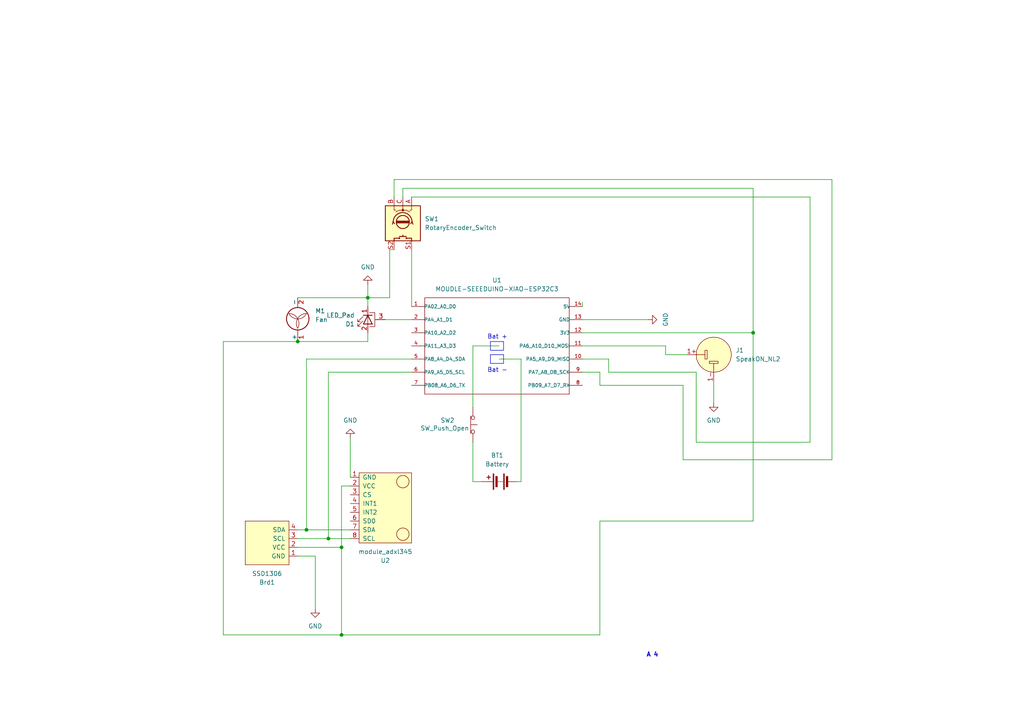
<source format=kicad_sch>
(kicad_sch
	(version 20250114)
	(generator "eeschema")
	(generator_version "9.0")
	(uuid "0c52bbb1-7482-4761-b5db-e971b23cd928")
	(paper "A4")
	(lib_symbols
		(symbol "Connector_Audio:SpeakON_NL2"
			(pin_names
				(hide yes)
			)
			(exclude_from_sim no)
			(in_bom yes)
			(on_board yes)
			(property "Reference" "J"
				(at 2.54 8.89 0)
				(effects
					(font
						(size 1.27 1.27)
					)
				)
			)
			(property "Value" "SpeakON_NL2"
				(at 7.62 6.35 0)
				(effects
					(font
						(size 1.27 1.27)
					)
				)
			)
			(property "Footprint" ""
				(at 0 0 0)
				(effects
					(font
						(size 1.27 1.27)
					)
					(hide yes)
				)
			)
			(property "Datasheet" "http://www.neutrik.com/en/speakon/"
				(at 0 0 0)
				(effects
					(font
						(size 1.27 1.27)
					)
					(hide yes)
				)
			)
			(property "Description" "speakON Connector, Male or Female, NL2"
				(at 0 0 0)
				(effects
					(font
						(size 1.27 1.27)
					)
					(hide yes)
				)
			)
			(property "ki_keywords" "speakon connector"
				(at 0 0 0)
				(effects
					(font
						(size 1.27 1.27)
					)
					(hide yes)
				)
			)
			(property "ki_fp_filters" "Jack*speakON*"
				(at 0 0 0)
				(effects
					(font
						(size 1.27 1.27)
					)
					(hide yes)
				)
			)
			(symbol "SpeakON_NL2_0_1"
				(polyline
					(pts
						(xy -5.08 0) (xy -2.54 0)
					)
					(stroke
						(width 0)
						(type default)
					)
					(fill
						(type none)
					)
				)
				(rectangle
					(start -2.54 1.27)
					(end -1.905 -1.27)
					(stroke
						(width 0)
						(type default)
					)
					(fill
						(type none)
					)
				)
				(rectangle
					(start -1.27 2.54)
					(end 1.27 1.905)
					(stroke
						(width 0)
						(type default)
					)
					(fill
						(type none)
					)
				)
				(polyline
					(pts
						(xy 0 5.08) (xy 0 2.54)
					)
					(stroke
						(width 0)
						(type default)
					)
					(fill
						(type none)
					)
				)
				(circle
					(center 0 0)
					(radius 5.08)
					(stroke
						(width 0)
						(type default)
					)
					(fill
						(type background)
					)
				)
				(pin passive line
					(at -7.62 0 0)
					(length 2.54)
					(name "1-"
						(effects
							(font
								(size 1.27 1.27)
							)
						)
					)
					(number "1-"
						(effects
							(font
								(size 1.27 1.27)
							)
						)
					)
				)
			)
			(symbol "SpeakON_NL2_1_1"
				(pin passive line
					(at 0 7.62 270)
					(length 2.54)
					(name "1+"
						(effects
							(font
								(size 1.27 1.27)
							)
						)
					)
					(number "1+"
						(effects
							(font
								(size 1.27 1.27)
							)
						)
					)
				)
			)
			(embedded_fonts no)
		)
		(symbol "Device:Battery"
			(pin_numbers
				(hide yes)
			)
			(pin_names
				(offset 0)
				(hide yes)
			)
			(exclude_from_sim no)
			(in_bom yes)
			(on_board yes)
			(property "Reference" "BT"
				(at 2.54 2.54 0)
				(effects
					(font
						(size 1.27 1.27)
					)
					(justify left)
				)
			)
			(property "Value" "Battery"
				(at 2.54 0 0)
				(effects
					(font
						(size 1.27 1.27)
					)
					(justify left)
				)
			)
			(property "Footprint" ""
				(at 0 1.524 90)
				(effects
					(font
						(size 1.27 1.27)
					)
					(hide yes)
				)
			)
			(property "Datasheet" "~"
				(at 0 1.524 90)
				(effects
					(font
						(size 1.27 1.27)
					)
					(hide yes)
				)
			)
			(property "Description" "Multiple-cell battery"
				(at 0 0 0)
				(effects
					(font
						(size 1.27 1.27)
					)
					(hide yes)
				)
			)
			(property "ki_keywords" "batt voltage-source cell"
				(at 0 0 0)
				(effects
					(font
						(size 1.27 1.27)
					)
					(hide yes)
				)
			)
			(symbol "Battery_0_1"
				(rectangle
					(start -2.286 1.778)
					(end 2.286 1.524)
					(stroke
						(width 0)
						(type default)
					)
					(fill
						(type outline)
					)
				)
				(rectangle
					(start -2.286 -1.27)
					(end 2.286 -1.524)
					(stroke
						(width 0)
						(type default)
					)
					(fill
						(type outline)
					)
				)
				(rectangle
					(start -1.524 1.016)
					(end 1.524 0.508)
					(stroke
						(width 0)
						(type default)
					)
					(fill
						(type outline)
					)
				)
				(rectangle
					(start -1.524 -2.032)
					(end 1.524 -2.54)
					(stroke
						(width 0)
						(type default)
					)
					(fill
						(type outline)
					)
				)
				(polyline
					(pts
						(xy 0 1.778) (xy 0 2.54)
					)
					(stroke
						(width 0)
						(type default)
					)
					(fill
						(type none)
					)
				)
				(polyline
					(pts
						(xy 0 0) (xy 0 0.254)
					)
					(stroke
						(width 0)
						(type default)
					)
					(fill
						(type none)
					)
				)
				(polyline
					(pts
						(xy 0 -0.508) (xy 0 -0.254)
					)
					(stroke
						(width 0)
						(type default)
					)
					(fill
						(type none)
					)
				)
				(polyline
					(pts
						(xy 0 -1.016) (xy 0 -0.762)
					)
					(stroke
						(width 0)
						(type default)
					)
					(fill
						(type none)
					)
				)
				(polyline
					(pts
						(xy 0.762 3.048) (xy 1.778 3.048)
					)
					(stroke
						(width 0.254)
						(type default)
					)
					(fill
						(type none)
					)
				)
				(polyline
					(pts
						(xy 1.27 3.556) (xy 1.27 2.54)
					)
					(stroke
						(width 0.254)
						(type default)
					)
					(fill
						(type none)
					)
				)
			)
			(symbol "Battery_1_1"
				(pin passive line
					(at 0 5.08 270)
					(length 2.54)
					(name "+"
						(effects
							(font
								(size 1.27 1.27)
							)
						)
					)
					(number "1"
						(effects
							(font
								(size 1.27 1.27)
							)
						)
					)
				)
				(pin passive line
					(at 0 -5.08 90)
					(length 2.54)
					(name "-"
						(effects
							(font
								(size 1.27 1.27)
							)
						)
					)
					(number "2"
						(effects
							(font
								(size 1.27 1.27)
							)
						)
					)
				)
			)
			(embedded_fonts no)
		)
		(symbol "Device:LED_Pad"
			(pin_names
				(offset 1.016)
				(hide yes)
			)
			(exclude_from_sim no)
			(in_bom yes)
			(on_board yes)
			(property "Reference" "D"
				(at 0 5.715 0)
				(effects
					(font
						(size 1.27 1.27)
					)
				)
			)
			(property "Value" "LED_Pad"
				(at 0 3.81 0)
				(effects
					(font
						(size 1.27 1.27)
					)
				)
			)
			(property "Footprint" ""
				(at 0 0 0)
				(effects
					(font
						(size 1.27 1.27)
					)
					(hide yes)
				)
			)
			(property "Datasheet" "~"
				(at 0 0 0)
				(effects
					(font
						(size 1.27 1.27)
					)
					(hide yes)
				)
			)
			(property "Description" "Light emitting diode with pad"
				(at 0 0 0)
				(effects
					(font
						(size 1.27 1.27)
					)
					(hide yes)
				)
			)
			(property "ki_keywords" "LED diode pad"
				(at 0 0 0)
				(effects
					(font
						(size 1.27 1.27)
					)
					(hide yes)
				)
			)
			(property "ki_fp_filters" "LED* LED_SMD:* LED_THT:*"
				(at 0 0 0)
				(effects
					(font
						(size 1.27 1.27)
					)
					(hide yes)
				)
			)
			(symbol "LED_Pad_0_1"
				(polyline
					(pts
						(xy -2.032 -0.508) (xy -2.032 -2.032) (xy 2.032 -2.032) (xy 2.032 -0.508)
					)
					(stroke
						(width 0)
						(type default)
					)
					(fill
						(type none)
					)
				)
				(polyline
					(pts
						(xy -1.27 0) (xy 1.27 0)
					)
					(stroke
						(width 0)
						(type default)
					)
					(fill
						(type none)
					)
				)
				(polyline
					(pts
						(xy -1.27 -1.27) (xy -1.27 1.27)
					)
					(stroke
						(width 0.254)
						(type default)
					)
					(fill
						(type none)
					)
				)
				(polyline
					(pts
						(xy -0.889 1.397) (xy 0.635 2.921) (xy -0.127 2.921) (xy 0.635 2.921) (xy 0.635 2.159)
					)
					(stroke
						(width 0)
						(type default)
					)
					(fill
						(type none)
					)
				)
				(polyline
					(pts
						(xy 0 -2.54) (xy 0 -2.032)
					)
					(stroke
						(width 0)
						(type default)
					)
					(fill
						(type none)
					)
				)
				(polyline
					(pts
						(xy 0.381 1.397) (xy 1.905 2.921) (xy 1.143 2.921) (xy 1.905 2.921) (xy 1.905 2.159)
					)
					(stroke
						(width 0)
						(type default)
					)
					(fill
						(type none)
					)
				)
				(polyline
					(pts
						(xy 1.27 -1.27) (xy 1.27 1.27) (xy -1.27 0) (xy 1.27 -1.27)
					)
					(stroke
						(width 0.254)
						(type default)
					)
					(fill
						(type none)
					)
				)
			)
			(symbol "LED_Pad_1_1"
				(pin passive line
					(at -3.81 0 0)
					(length 2.54)
					(name "K"
						(effects
							(font
								(size 1.27 1.27)
							)
						)
					)
					(number "1"
						(effects
							(font
								(size 1.27 1.27)
							)
						)
					)
				)
				(pin passive line
					(at 0 -5.08 90)
					(length 2.54)
					(name "PAD"
						(effects
							(font
								(size 1.27 1.27)
							)
						)
					)
					(number "3"
						(effects
							(font
								(size 1.27 1.27)
							)
						)
					)
				)
				(pin passive line
					(at 3.81 0 180)
					(length 2.54)
					(name "A"
						(effects
							(font
								(size 1.27 1.27)
							)
						)
					)
					(number "2"
						(effects
							(font
								(size 1.27 1.27)
							)
						)
					)
				)
			)
			(embedded_fonts no)
		)
		(symbol "Device:RotaryEncoder_Switch"
			(pin_names
				(offset 0.254)
				(hide yes)
			)
			(exclude_from_sim no)
			(in_bom yes)
			(on_board yes)
			(property "Reference" "SW"
				(at 0 6.604 0)
				(effects
					(font
						(size 1.27 1.27)
					)
				)
			)
			(property "Value" "RotaryEncoder_Switch"
				(at 0 -6.604 0)
				(effects
					(font
						(size 1.27 1.27)
					)
				)
			)
			(property "Footprint" ""
				(at -3.81 4.064 0)
				(effects
					(font
						(size 1.27 1.27)
					)
					(hide yes)
				)
			)
			(property "Datasheet" "~"
				(at 0 6.604 0)
				(effects
					(font
						(size 1.27 1.27)
					)
					(hide yes)
				)
			)
			(property "Description" "Rotary encoder, dual channel, incremental quadrate outputs, with switch"
				(at 0 0 0)
				(effects
					(font
						(size 1.27 1.27)
					)
					(hide yes)
				)
			)
			(property "ki_keywords" "rotary switch encoder switch push button"
				(at 0 0 0)
				(effects
					(font
						(size 1.27 1.27)
					)
					(hide yes)
				)
			)
			(property "ki_fp_filters" "RotaryEncoder*Switch*"
				(at 0 0 0)
				(effects
					(font
						(size 1.27 1.27)
					)
					(hide yes)
				)
			)
			(symbol "RotaryEncoder_Switch_0_1"
				(rectangle
					(start -5.08 5.08)
					(end 5.08 -5.08)
					(stroke
						(width 0.254)
						(type default)
					)
					(fill
						(type background)
					)
				)
				(polyline
					(pts
						(xy -5.08 2.54) (xy -3.81 2.54) (xy -3.81 2.032)
					)
					(stroke
						(width 0)
						(type default)
					)
					(fill
						(type none)
					)
				)
				(polyline
					(pts
						(xy -5.08 0) (xy -3.81 0) (xy -3.81 -1.016) (xy -3.302 -2.032)
					)
					(stroke
						(width 0)
						(type default)
					)
					(fill
						(type none)
					)
				)
				(polyline
					(pts
						(xy -5.08 -2.54) (xy -3.81 -2.54) (xy -3.81 -2.032)
					)
					(stroke
						(width 0)
						(type default)
					)
					(fill
						(type none)
					)
				)
				(polyline
					(pts
						(xy -4.318 0) (xy -3.81 0) (xy -3.81 1.016) (xy -3.302 2.032)
					)
					(stroke
						(width 0)
						(type default)
					)
					(fill
						(type none)
					)
				)
				(circle
					(center -3.81 0)
					(radius 0.254)
					(stroke
						(width 0)
						(type default)
					)
					(fill
						(type outline)
					)
				)
				(polyline
					(pts
						(xy -0.635 -1.778) (xy -0.635 1.778)
					)
					(stroke
						(width 0.254)
						(type default)
					)
					(fill
						(type none)
					)
				)
				(circle
					(center -0.381 0)
					(radius 1.905)
					(stroke
						(width 0.254)
						(type default)
					)
					(fill
						(type none)
					)
				)
				(polyline
					(pts
						(xy -0.381 -1.778) (xy -0.381 1.778)
					)
					(stroke
						(width 0.254)
						(type default)
					)
					(fill
						(type none)
					)
				)
				(arc
					(start -0.381 -2.794)
					(mid -3.0988 -0.0635)
					(end -0.381 2.667)
					(stroke
						(width 0.254)
						(type default)
					)
					(fill
						(type none)
					)
				)
				(polyline
					(pts
						(xy -0.127 1.778) (xy -0.127 -1.778)
					)
					(stroke
						(width 0.254)
						(type default)
					)
					(fill
						(type none)
					)
				)
				(polyline
					(pts
						(xy 0.254 2.921) (xy -0.508 2.667) (xy 0.127 2.286)
					)
					(stroke
						(width 0.254)
						(type default)
					)
					(fill
						(type none)
					)
				)
				(polyline
					(pts
						(xy 0.254 -3.048) (xy -0.508 -2.794) (xy 0.127 -2.413)
					)
					(stroke
						(width 0.254)
						(type default)
					)
					(fill
						(type none)
					)
				)
				(polyline
					(pts
						(xy 3.81 1.016) (xy 3.81 -1.016)
					)
					(stroke
						(width 0.254)
						(type default)
					)
					(fill
						(type none)
					)
				)
				(polyline
					(pts
						(xy 3.81 0) (xy 3.429 0)
					)
					(stroke
						(width 0.254)
						(type default)
					)
					(fill
						(type none)
					)
				)
				(circle
					(center 4.318 1.016)
					(radius 0.127)
					(stroke
						(width 0.254)
						(type default)
					)
					(fill
						(type none)
					)
				)
				(circle
					(center 4.318 -1.016)
					(radius 0.127)
					(stroke
						(width 0.254)
						(type default)
					)
					(fill
						(type none)
					)
				)
				(polyline
					(pts
						(xy 5.08 2.54) (xy 4.318 2.54) (xy 4.318 1.016)
					)
					(stroke
						(width 0.254)
						(type default)
					)
					(fill
						(type none)
					)
				)
				(polyline
					(pts
						(xy 5.08 -2.54) (xy 4.318 -2.54) (xy 4.318 -1.016)
					)
					(stroke
						(width 0.254)
						(type default)
					)
					(fill
						(type none)
					)
				)
			)
			(symbol "RotaryEncoder_Switch_1_1"
				(pin passive line
					(at -7.62 2.54 0)
					(length 2.54)
					(name "A"
						(effects
							(font
								(size 1.27 1.27)
							)
						)
					)
					(number "A"
						(effects
							(font
								(size 1.27 1.27)
							)
						)
					)
				)
				(pin passive line
					(at -7.62 0 0)
					(length 2.54)
					(name "C"
						(effects
							(font
								(size 1.27 1.27)
							)
						)
					)
					(number "C"
						(effects
							(font
								(size 1.27 1.27)
							)
						)
					)
				)
				(pin passive line
					(at -7.62 -2.54 0)
					(length 2.54)
					(name "B"
						(effects
							(font
								(size 1.27 1.27)
							)
						)
					)
					(number "B"
						(effects
							(font
								(size 1.27 1.27)
							)
						)
					)
				)
				(pin passive line
					(at 7.62 2.54 180)
					(length 2.54)
					(name "S1"
						(effects
							(font
								(size 1.27 1.27)
							)
						)
					)
					(number "S1"
						(effects
							(font
								(size 1.27 1.27)
							)
						)
					)
				)
				(pin passive line
					(at 7.62 -2.54 180)
					(length 2.54)
					(name "S2"
						(effects
							(font
								(size 1.27 1.27)
							)
						)
					)
					(number "S2"
						(effects
							(font
								(size 1.27 1.27)
							)
						)
					)
				)
			)
			(embedded_fonts no)
		)
		(symbol "MOUDLE-SEEEDUINO-XIAO-ESP32C3:MOUDLE-SEEEDUINO-XIAO-ESP32C3"
			(pin_names
				(offset 1.016)
			)
			(exclude_from_sim no)
			(in_bom yes)
			(on_board yes)
			(property "Reference" "U"
				(at -21.59 15.24 0)
				(effects
					(font
						(size 1.27 1.27)
					)
					(justify left bottom)
				)
			)
			(property "Value" "MOUDLE-SEEEDUINO-XIAO-ESP32C3"
				(at -21.59 13.97 0)
				(effects
					(font
						(size 1.27 1.27)
					)
					(justify left bottom)
				)
			)
			(property "Footprint" "MOUDLE14P-SMD-2.54-21X17.8MM"
				(at 0 0 0)
				(effects
					(font
						(size 1.27 1.27)
					)
					(justify bottom)
					(hide yes)
				)
			)
			(property "Datasheet" ""
				(at 0 0 0)
				(effects
					(font
						(size 1.27 1.27)
					)
					(hide yes)
				)
			)
			(property "Description" ""
				(at 0 0 0)
				(effects
					(font
						(size 1.27 1.27)
					)
					(hide yes)
				)
			)
			(symbol "MOUDLE-SEEEDUINO-XIAO-ESP32C3_0_0"
				(polyline
					(pts
						(xy -21.59 13.97) (xy 20.32 13.97)
					)
					(stroke
						(width 0.1524)
						(type default)
					)
					(fill
						(type none)
					)
				)
				(polyline
					(pts
						(xy -21.59 11.43) (xy -22.86 11.43)
					)
					(stroke
						(width 0.1524)
						(type default)
					)
					(fill
						(type none)
					)
				)
				(polyline
					(pts
						(xy -21.59 11.43) (xy -21.59 13.97)
					)
					(stroke
						(width 0.1524)
						(type default)
					)
					(fill
						(type none)
					)
				)
				(polyline
					(pts
						(xy -21.59 7.62) (xy -22.86 7.62)
					)
					(stroke
						(width 0.1524)
						(type default)
					)
					(fill
						(type none)
					)
				)
				(polyline
					(pts
						(xy -21.59 7.62) (xy -21.59 11.43)
					)
					(stroke
						(width 0.1524)
						(type default)
					)
					(fill
						(type none)
					)
				)
				(polyline
					(pts
						(xy -21.59 3.81) (xy -22.86 3.81)
					)
					(stroke
						(width 0.1524)
						(type default)
					)
					(fill
						(type none)
					)
				)
				(polyline
					(pts
						(xy -21.59 3.81) (xy -21.59 7.62)
					)
					(stroke
						(width 0.1524)
						(type default)
					)
					(fill
						(type none)
					)
				)
				(polyline
					(pts
						(xy -21.59 0) (xy -22.86 0)
					)
					(stroke
						(width 0.1524)
						(type default)
					)
					(fill
						(type none)
					)
				)
				(polyline
					(pts
						(xy -21.59 0) (xy -21.59 3.81)
					)
					(stroke
						(width 0.1524)
						(type default)
					)
					(fill
						(type none)
					)
				)
				(polyline
					(pts
						(xy -21.59 -3.81) (xy -22.86 -3.81)
					)
					(stroke
						(width 0.1524)
						(type default)
					)
					(fill
						(type none)
					)
				)
				(polyline
					(pts
						(xy -21.59 -7.62) (xy -22.86 -7.62)
					)
					(stroke
						(width 0.1524)
						(type default)
					)
					(fill
						(type none)
					)
				)
				(polyline
					(pts
						(xy -21.59 -11.43) (xy -22.86 -11.43)
					)
					(stroke
						(width 0.1524)
						(type default)
					)
					(fill
						(type none)
					)
				)
				(polyline
					(pts
						(xy -21.59 -13.97) (xy -21.59 0)
					)
					(stroke
						(width 0.1524)
						(type default)
					)
					(fill
						(type none)
					)
				)
				(polyline
					(pts
						(xy 20.32 13.97) (xy 20.32 11.43)
					)
					(stroke
						(width 0.1524)
						(type default)
					)
					(fill
						(type none)
					)
				)
				(polyline
					(pts
						(xy 20.32 11.43) (xy 20.32 7.62)
					)
					(stroke
						(width 0.1524)
						(type default)
					)
					(fill
						(type none)
					)
				)
				(polyline
					(pts
						(xy 20.32 7.62) (xy 20.32 3.81)
					)
					(stroke
						(width 0.1524)
						(type default)
					)
					(fill
						(type none)
					)
				)
				(polyline
					(pts
						(xy 20.32 3.81) (xy 20.32 -13.97)
					)
					(stroke
						(width 0.1524)
						(type default)
					)
					(fill
						(type none)
					)
				)
				(polyline
					(pts
						(xy 20.32 -13.97) (xy -21.59 -13.97)
					)
					(stroke
						(width 0.1524)
						(type default)
					)
					(fill
						(type none)
					)
				)
				(polyline
					(pts
						(xy 21.59 11.43) (xy 20.32 11.43)
					)
					(stroke
						(width 0.1524)
						(type default)
					)
					(fill
						(type none)
					)
				)
				(polyline
					(pts
						(xy 21.59 7.62) (xy 20.32 7.62)
					)
					(stroke
						(width 0.1524)
						(type default)
					)
					(fill
						(type none)
					)
				)
				(polyline
					(pts
						(xy 21.59 3.81) (xy 20.32 3.81)
					)
					(stroke
						(width 0.1524)
						(type default)
					)
					(fill
						(type none)
					)
				)
				(polyline
					(pts
						(xy 21.59 0) (xy 20.32 0)
					)
					(stroke
						(width 0.1524)
						(type default)
					)
					(fill
						(type none)
					)
				)
				(polyline
					(pts
						(xy 21.59 -3.81) (xy 20.32 -3.81)
					)
					(stroke
						(width 0.1524)
						(type default)
					)
					(fill
						(type none)
					)
				)
				(polyline
					(pts
						(xy 21.59 -7.62) (xy 20.32 -7.62)
					)
					(stroke
						(width 0.1524)
						(type default)
					)
					(fill
						(type none)
					)
				)
				(polyline
					(pts
						(xy 21.59 -11.43) (xy 20.32 -11.43)
					)
					(stroke
						(width 0.1524)
						(type default)
					)
					(fill
						(type none)
					)
				)
				(pin bidirectional line
					(at -25.4 11.43 0)
					(length 2.54)
					(name "PA02_A0_D0"
						(effects
							(font
								(size 1.016 1.016)
							)
						)
					)
					(number "1"
						(effects
							(font
								(size 1.016 1.016)
							)
						)
					)
				)
				(pin bidirectional line
					(at -25.4 7.62 0)
					(length 2.54)
					(name "PA4_A1_D1"
						(effects
							(font
								(size 1.016 1.016)
							)
						)
					)
					(number "2"
						(effects
							(font
								(size 1.016 1.016)
							)
						)
					)
				)
				(pin bidirectional line
					(at -25.4 3.81 0)
					(length 2.54)
					(name "PA10_A2_D2"
						(effects
							(font
								(size 1.016 1.016)
							)
						)
					)
					(number "3"
						(effects
							(font
								(size 1.016 1.016)
							)
						)
					)
				)
				(pin bidirectional line
					(at -25.4 0 0)
					(length 2.54)
					(name "PA11_A3_D3"
						(effects
							(font
								(size 1.016 1.016)
							)
						)
					)
					(number "4"
						(effects
							(font
								(size 1.016 1.016)
							)
						)
					)
				)
				(pin bidirectional line
					(at -25.4 -3.81 0)
					(length 2.54)
					(name "PA8_A4_D4_SDA"
						(effects
							(font
								(size 1.016 1.016)
							)
						)
					)
					(number "5"
						(effects
							(font
								(size 1.016 1.016)
							)
						)
					)
				)
				(pin bidirectional line
					(at -25.4 -7.62 0)
					(length 2.54)
					(name "PA9_A5_D5_SCL"
						(effects
							(font
								(size 1.016 1.016)
							)
						)
					)
					(number "6"
						(effects
							(font
								(size 1.016 1.016)
							)
						)
					)
				)
				(pin bidirectional line
					(at -25.4 -11.43 0)
					(length 2.54)
					(name "PB08_A6_D6_TX"
						(effects
							(font
								(size 1.016 1.016)
							)
						)
					)
					(number "7"
						(effects
							(font
								(size 1.016 1.016)
							)
						)
					)
				)
				(pin bidirectional line
					(at 24.13 11.43 180)
					(length 2.54)
					(name "5V"
						(effects
							(font
								(size 1.016 1.016)
							)
						)
					)
					(number "14"
						(effects
							(font
								(size 1.016 1.016)
							)
						)
					)
				)
				(pin bidirectional line
					(at 24.13 7.62 180)
					(length 2.54)
					(name "GND"
						(effects
							(font
								(size 1.016 1.016)
							)
						)
					)
					(number "13"
						(effects
							(font
								(size 1.016 1.016)
							)
						)
					)
				)
				(pin bidirectional line
					(at 24.13 3.81 180)
					(length 2.54)
					(name "3V3"
						(effects
							(font
								(size 1.016 1.016)
							)
						)
					)
					(number "12"
						(effects
							(font
								(size 1.016 1.016)
							)
						)
					)
				)
				(pin bidirectional line
					(at 24.13 0 180)
					(length 2.54)
					(name "PA6_A10_D10_MOSI"
						(effects
							(font
								(size 1.016 1.016)
							)
						)
					)
					(number "11"
						(effects
							(font
								(size 1.016 1.016)
							)
						)
					)
				)
				(pin bidirectional line
					(at 24.13 -3.81 180)
					(length 2.54)
					(name "PA5_A9_D9_MISO"
						(effects
							(font
								(size 1.016 1.016)
							)
						)
					)
					(number "10"
						(effects
							(font
								(size 1.016 1.016)
							)
						)
					)
				)
				(pin bidirectional line
					(at 24.13 -7.62 180)
					(length 2.54)
					(name "PA7_A8_D8_SCK"
						(effects
							(font
								(size 1.016 1.016)
							)
						)
					)
					(number "9"
						(effects
							(font
								(size 1.016 1.016)
							)
						)
					)
				)
				(pin bidirectional line
					(at 24.13 -11.43 180)
					(length 2.54)
					(name "PB09_A7_D7_RX"
						(effects
							(font
								(size 1.016 1.016)
							)
						)
					)
					(number "8"
						(effects
							(font
								(size 1.016 1.016)
							)
						)
					)
				)
			)
			(embedded_fonts no)
		)
		(symbol "Motor:Fan"
			(pin_names
				(offset 0)
			)
			(exclude_from_sim no)
			(in_bom yes)
			(on_board yes)
			(property "Reference" "M"
				(at 2.54 5.08 0)
				(effects
					(font
						(size 1.27 1.27)
					)
					(justify left)
				)
			)
			(property "Value" "Fan"
				(at 2.54 -2.54 0)
				(effects
					(font
						(size 1.27 1.27)
					)
					(justify left top)
				)
			)
			(property "Footprint" ""
				(at 0 0.254 0)
				(effects
					(font
						(size 1.27 1.27)
					)
					(hide yes)
				)
			)
			(property "Datasheet" "~"
				(at 0 0.254 0)
				(effects
					(font
						(size 1.27 1.27)
					)
					(hide yes)
				)
			)
			(property "Description" "Fan"
				(at 0 0 0)
				(effects
					(font
						(size 1.27 1.27)
					)
					(hide yes)
				)
			)
			(property "ki_keywords" "Fan Motor"
				(at 0 0 0)
				(effects
					(font
						(size 1.27 1.27)
					)
					(hide yes)
				)
			)
			(property "ki_fp_filters" "PinHeader*P2.54mm* TerminalBlock*"
				(at 0 0 0)
				(effects
					(font
						(size 1.27 1.27)
					)
					(hide yes)
				)
			)
			(symbol "Fan_0_1"
				(arc
					(start 0 3.81)
					(mid -0.0015 0.9048)
					(end -2.54 -0.508)
					(stroke
						(width 0)
						(type default)
					)
					(fill
						(type none)
					)
				)
				(polyline
					(pts
						(xy 0 4.572) (xy 0 5.08)
					)
					(stroke
						(width 0)
						(type default)
					)
					(fill
						(type none)
					)
				)
				(polyline
					(pts
						(xy 0 4.2672) (xy 0 4.6228)
					)
					(stroke
						(width 0)
						(type default)
					)
					(fill
						(type none)
					)
				)
				(circle
					(center 0 1.016)
					(radius 3.2512)
					(stroke
						(width 0.254)
						(type default)
					)
					(fill
						(type none)
					)
				)
				(arc
					(start -2.54 -0.508)
					(mid 0 1.0618)
					(end 2.54 -0.508)
					(stroke
						(width 0)
						(type default)
					)
					(fill
						(type none)
					)
				)
				(polyline
					(pts
						(xy 0 -2.2352) (xy 0 -2.6416)
					)
					(stroke
						(width 0)
						(type default)
					)
					(fill
						(type none)
					)
				)
				(polyline
					(pts
						(xy 0 -5.08) (xy 0 -4.572)
					)
					(stroke
						(width 0)
						(type default)
					)
					(fill
						(type none)
					)
				)
				(arc
					(start 2.54 -0.508)
					(mid 0.047 0.9315)
					(end 0 3.81)
					(stroke
						(width 0)
						(type default)
					)
					(fill
						(type none)
					)
				)
			)
			(symbol "Fan_1_1"
				(pin passive line
					(at 0 7.62 270)
					(length 2.54)
					(name "+"
						(effects
							(font
								(size 1.27 1.27)
							)
						)
					)
					(number "1"
						(effects
							(font
								(size 1.27 1.27)
							)
						)
					)
				)
				(pin passive line
					(at 0 -5.08 90)
					(length 2.54)
					(name "-"
						(effects
							(font
								(size 1.27 1.27)
							)
						)
					)
					(number "2"
						(effects
							(font
								(size 1.27 1.27)
							)
						)
					)
				)
			)
			(embedded_fonts no)
		)
		(symbol "SSD1306-128x64_OLED:SSD1306"
			(pin_names
				(offset 1.016)
			)
			(exclude_from_sim no)
			(in_bom yes)
			(on_board yes)
			(property "Reference" "Brd"
				(at 0 -3.81 0)
				(effects
					(font
						(size 1.27 1.27)
					)
				)
			)
			(property "Value" "SSD1306"
				(at 0 -1.27 0)
				(effects
					(font
						(size 1.27 1.27)
					)
				)
			)
			(property "Footprint" ""
				(at 0 6.35 0)
				(effects
					(font
						(size 1.27 1.27)
					)
					(hide yes)
				)
			)
			(property "Datasheet" ""
				(at 0 6.35 0)
				(effects
					(font
						(size 1.27 1.27)
					)
					(hide yes)
				)
			)
			(property "Description" "SSD1306 OLED"
				(at 0 0 0)
				(effects
					(font
						(size 1.27 1.27)
					)
					(hide yes)
				)
			)
			(property "ki_keywords" "SSD1306"
				(at 0 0 0)
				(effects
					(font
						(size 1.27 1.27)
					)
					(hide yes)
				)
			)
			(property "ki_fp_filters" "SSD1306-128x64_OLED:SSD1306"
				(at 0 0 0)
				(effects
					(font
						(size 1.27 1.27)
					)
					(hide yes)
				)
			)
			(symbol "SSD1306_0_1"
				(rectangle
					(start -6.35 6.35)
					(end 6.35 -6.35)
					(stroke
						(width 0)
						(type solid)
					)
					(fill
						(type background)
					)
				)
			)
			(symbol "SSD1306_1_1"
				(pin input line
					(at -3.81 8.89 270)
					(length 2.54)
					(name "GND"
						(effects
							(font
								(size 1.27 1.27)
							)
						)
					)
					(number "1"
						(effects
							(font
								(size 1.27 1.27)
							)
						)
					)
				)
				(pin input line
					(at -1.27 8.89 270)
					(length 2.54)
					(name "VCC"
						(effects
							(font
								(size 1.27 1.27)
							)
						)
					)
					(number "2"
						(effects
							(font
								(size 1.27 1.27)
							)
						)
					)
				)
				(pin input line
					(at 1.27 8.89 270)
					(length 2.54)
					(name "SCL"
						(effects
							(font
								(size 1.27 1.27)
							)
						)
					)
					(number "3"
						(effects
							(font
								(size 1.27 1.27)
							)
						)
					)
				)
				(pin input line
					(at 3.81 8.89 270)
					(length 2.54)
					(name "SDA"
						(effects
							(font
								(size 1.27 1.27)
							)
						)
					)
					(number "4"
						(effects
							(font
								(size 1.27 1.27)
							)
						)
					)
				)
			)
			(embedded_fonts no)
		)
		(symbol "Switch:SW_Push_Open"
			(pin_numbers
				(hide yes)
			)
			(pin_names
				(offset 1.016)
				(hide yes)
			)
			(exclude_from_sim no)
			(in_bom yes)
			(on_board yes)
			(property "Reference" "SW"
				(at 0 2.54 0)
				(effects
					(font
						(size 1.27 1.27)
					)
				)
			)
			(property "Value" "SW_Push_Open"
				(at 0 -1.905 0)
				(effects
					(font
						(size 1.27 1.27)
					)
				)
			)
			(property "Footprint" ""
				(at 0 5.08 0)
				(effects
					(font
						(size 1.27 1.27)
					)
					(hide yes)
				)
			)
			(property "Datasheet" "~"
				(at 0 5.08 0)
				(effects
					(font
						(size 1.27 1.27)
					)
					(hide yes)
				)
			)
			(property "Description" "Push button switch, push-to-open, generic, two pins"
				(at 0 0 0)
				(effects
					(font
						(size 1.27 1.27)
					)
					(hide yes)
				)
			)
			(property "ki_keywords" "switch normally-closed pushbutton push-button"
				(at 0 0 0)
				(effects
					(font
						(size 1.27 1.27)
					)
					(hide yes)
				)
			)
			(symbol "SW_Push_Open_0_1"
				(polyline
					(pts
						(xy -2.54 -0.635) (xy 2.54 -0.635)
					)
					(stroke
						(width 0)
						(type default)
					)
					(fill
						(type none)
					)
				)
				(circle
					(center -2.032 0)
					(radius 0.508)
					(stroke
						(width 0)
						(type default)
					)
					(fill
						(type none)
					)
				)
				(polyline
					(pts
						(xy 0 -0.635) (xy 0 1.27)
					)
					(stroke
						(width 0)
						(type default)
					)
					(fill
						(type none)
					)
				)
				(circle
					(center 2.032 0)
					(radius 0.508)
					(stroke
						(width 0)
						(type default)
					)
					(fill
						(type none)
					)
				)
				(pin passive line
					(at -5.08 0 0)
					(length 2.54)
					(name "A"
						(effects
							(font
								(size 1.27 1.27)
							)
						)
					)
					(number "1"
						(effects
							(font
								(size 1.27 1.27)
							)
						)
					)
				)
			)
			(symbol "SW_Push_Open_1_1"
				(pin passive line
					(at 5.08 0 180)
					(length 2.54)
					(name "B"
						(effects
							(font
								(size 1.27 1.27)
							)
						)
					)
					(number "2"
						(effects
							(font
								(size 1.27 1.27)
							)
						)
					)
				)
			)
			(embedded_fonts no)
		)
		(symbol "power:GND"
			(power)
			(pin_numbers
				(hide yes)
			)
			(pin_names
				(offset 0)
				(hide yes)
			)
			(exclude_from_sim no)
			(in_bom yes)
			(on_board yes)
			(property "Reference" "#PWR"
				(at 0 -6.35 0)
				(effects
					(font
						(size 1.27 1.27)
					)
					(hide yes)
				)
			)
			(property "Value" "GND"
				(at 0 -3.81 0)
				(effects
					(font
						(size 1.27 1.27)
					)
				)
			)
			(property "Footprint" ""
				(at 0 0 0)
				(effects
					(font
						(size 1.27 1.27)
					)
					(hide yes)
				)
			)
			(property "Datasheet" ""
				(at 0 0 0)
				(effects
					(font
						(size 1.27 1.27)
					)
					(hide yes)
				)
			)
			(property "Description" "Power symbol creates a global label with name \"GND\" , ground"
				(at 0 0 0)
				(effects
					(font
						(size 1.27 1.27)
					)
					(hide yes)
				)
			)
			(property "ki_keywords" "global power"
				(at 0 0 0)
				(effects
					(font
						(size 1.27 1.27)
					)
					(hide yes)
				)
			)
			(symbol "GND_0_1"
				(polyline
					(pts
						(xy 0 0) (xy 0 -1.27) (xy 1.27 -1.27) (xy 0 -2.54) (xy -1.27 -1.27) (xy 0 -1.27)
					)
					(stroke
						(width 0)
						(type default)
					)
					(fill
						(type none)
					)
				)
			)
			(symbol "GND_1_1"
				(pin power_in line
					(at 0 0 270)
					(length 0)
					(name "~"
						(effects
							(font
								(size 1.27 1.27)
							)
						)
					)
					(number "1"
						(effects
							(font
								(size 1.27 1.27)
							)
						)
					)
				)
			)
			(embedded_fonts no)
		)
		(symbol "usini_sensors:module_adxl345"
			(pin_names
				(offset 1.016)
			)
			(exclude_from_sim no)
			(in_bom yes)
			(on_board yes)
			(property "Reference" "U"
				(at 2.54 13.97 0)
				(effects
					(font
						(size 1.27 1.27)
					)
				)
			)
			(property "Value" "module_adxl345"
				(at 10.16 -8.89 0)
				(effects
					(font
						(size 1.27 1.27)
					)
				)
			)
			(property "Footprint" "usini_sensors:module_adxl345"
				(at 13.97 -10.16 0)
				(effects
					(font
						(size 1.27 1.27)
					)
					(hide yes)
				)
			)
			(property "Datasheet" ""
				(at 0 0 0)
				(effects
					(font
						(size 1.27 1.27)
					)
					(hide yes)
				)
			)
			(property "Description" ""
				(at 0 0 0)
				(effects
					(font
						(size 1.27 1.27)
					)
					(hide yes)
				)
			)
			(symbol "module_adxl345_0_1"
				(rectangle
					(start 2.54 12.7)
					(end 17.78 -7.62)
					(stroke
						(width 0)
						(type solid)
					)
					(fill
						(type background)
					)
				)
				(circle
					(center 15.24 10.16)
					(radius 1.8034)
					(stroke
						(width 0)
						(type solid)
					)
					(fill
						(type none)
					)
				)
				(circle
					(center 15.24 -5.08)
					(radius 1.8034)
					(stroke
						(width 0)
						(type solid)
					)
					(fill
						(type none)
					)
				)
			)
			(symbol "module_adxl345_1_1"
				(pin input line
					(at 0 11.43 0)
					(length 2.54)
					(name "GND"
						(effects
							(font
								(size 1.27 1.27)
							)
						)
					)
					(number "1"
						(effects
							(font
								(size 1.27 1.27)
							)
						)
					)
				)
				(pin input line
					(at 0 8.89 0)
					(length 2.54)
					(name "VCC"
						(effects
							(font
								(size 1.27 1.27)
							)
						)
					)
					(number "2"
						(effects
							(font
								(size 1.27 1.27)
							)
						)
					)
				)
				(pin input line
					(at 0 6.35 0)
					(length 2.54)
					(name "CS"
						(effects
							(font
								(size 1.27 1.27)
							)
						)
					)
					(number "3"
						(effects
							(font
								(size 1.27 1.27)
							)
						)
					)
				)
				(pin input line
					(at 0 3.81 0)
					(length 2.54)
					(name "INT1"
						(effects
							(font
								(size 1.27 1.27)
							)
						)
					)
					(number "4"
						(effects
							(font
								(size 1.27 1.27)
							)
						)
					)
				)
				(pin input line
					(at 0 1.27 0)
					(length 2.54)
					(name "INT2"
						(effects
							(font
								(size 1.27 1.27)
							)
						)
					)
					(number "5"
						(effects
							(font
								(size 1.27 1.27)
							)
						)
					)
				)
				(pin input line
					(at 0 -1.27 0)
					(length 2.54)
					(name "SD0"
						(effects
							(font
								(size 1.27 1.27)
							)
						)
					)
					(number "6"
						(effects
							(font
								(size 1.27 1.27)
							)
						)
					)
				)
				(pin input line
					(at 0 -3.81 0)
					(length 2.54)
					(name "SDA"
						(effects
							(font
								(size 1.27 1.27)
							)
						)
					)
					(number "7"
						(effects
							(font
								(size 1.27 1.27)
							)
						)
					)
				)
				(pin input line
					(at 0 -6.35 0)
					(length 2.54)
					(name "SCL"
						(effects
							(font
								(size 1.27 1.27)
							)
						)
					)
					(number "8"
						(effects
							(font
								(size 1.27 1.27)
							)
						)
					)
				)
			)
			(embedded_fonts no)
		)
	)
	(rectangle
		(start 142.24 102.87)
		(end 146.05 105.41)
		(stroke
			(width 0)
			(type default)
		)
		(fill
			(type none)
		)
		(uuid 5630934b-d914-4122-983a-e102f4ce98f1)
	)
	(rectangle
		(start 142.24 99.06)
		(end 146.05 101.6)
		(stroke
			(width 0)
			(type default)
		)
		(fill
			(type none)
		)
		(uuid e4ada5eb-00f1-4b95-98e6-c6d3e4874d66)
	)
	(text "Bat +"
		(exclude_from_sim no)
		(at 144.272 97.79 0)
		(effects
			(font
				(size 1.27 1.27)
			)
		)
		(uuid "0fe59d17-b43f-4d2b-bfff-a71e1662b959")
	)
	(text "A 4"
		(exclude_from_sim no)
		(at 189.23 189.992 0)
		(effects
			(font
				(size 1.27 1.27)
				(thickness 0.254)
				(bold yes)
			)
		)
		(uuid "4c549b1a-1002-4f63-b5de-adc40538bf3e")
	)
	(text "Bat -"
		(exclude_from_sim no)
		(at 144.272 107.442 0)
		(effects
			(font
				(size 1.27 1.27)
			)
		)
		(uuid "51e71de3-554f-46f3-b821-58613f52b4b9")
	)
	(junction
		(at 88.9 153.67)
		(diameter 0)
		(color 0 0 0 0)
		(uuid "0da88904-dd22-4545-aac4-c66c2601140a")
	)
	(junction
		(at 106.68 86.36)
		(diameter 0)
		(color 0 0 0 0)
		(uuid "4bf768aa-bdf8-40a8-9baf-ebb5691745d9")
	)
	(junction
		(at 95.25 156.21)
		(diameter 0)
		(color 0 0 0 0)
		(uuid "51dc410b-bfbe-4ab3-ad3f-ce45f45f0da4")
	)
	(junction
		(at 99.06 158.75)
		(diameter 0)
		(color 0 0 0 0)
		(uuid "59b80def-389d-4272-9bd8-8da3158a047f")
	)
	(junction
		(at 218.44 96.52)
		(diameter 0)
		(color 0 0 0 0)
		(uuid "774eb77c-b2a3-4dde-9608-f67006dded4a")
	)
	(junction
		(at 99.06 184.15)
		(diameter 0)
		(color 0 0 0 0)
		(uuid "c2f91ec1-0336-4c03-a2b9-d46cf655635f")
	)
	(junction
		(at 86.36 99.06)
		(diameter 0)
		(color 0 0 0 0)
		(uuid "ed305608-2d95-48be-a474-63b02be36fae")
	)
	(wire
		(pts
			(xy 86.36 99.06) (xy 106.68 99.06)
		)
		(stroke
			(width 0)
			(type default)
		)
		(uuid "050d67f0-55c3-444c-96ee-0a2617162d95")
	)
	(wire
		(pts
			(xy 137.16 139.7) (xy 139.7 139.7)
		)
		(stroke
			(width 0)
			(type default)
		)
		(uuid "0b55e338-47a0-4814-8c9e-198dbf70632f")
	)
	(wire
		(pts
			(xy 119.38 104.14) (xy 88.9 104.14)
		)
		(stroke
			(width 0)
			(type default)
		)
		(uuid "12fadc67-191f-4408-bed5-0be6137105a6")
	)
	(wire
		(pts
			(xy 111.76 92.71) (xy 119.38 92.71)
		)
		(stroke
			(width 0)
			(type default)
		)
		(uuid "14f13d82-1606-443c-976c-c664c0f2ccf4")
	)
	(wire
		(pts
			(xy 95.25 156.21) (xy 101.6 156.21)
		)
		(stroke
			(width 0)
			(type default)
		)
		(uuid "15ac03c4-64bb-43e0-a21d-77f0482a5865")
	)
	(wire
		(pts
			(xy 168.91 100.33) (xy 193.04 100.33)
		)
		(stroke
			(width 0)
			(type default)
		)
		(uuid "215326cd-4df6-45df-ab50-99e2e982cec5")
	)
	(wire
		(pts
			(xy 198.12 133.35) (xy 198.12 111.76)
		)
		(stroke
			(width 0)
			(type default)
		)
		(uuid "23d07f4e-a288-409b-88a7-9f699bd13fb3")
	)
	(wire
		(pts
			(xy 106.68 82.55) (xy 106.68 86.36)
		)
		(stroke
			(width 0)
			(type default)
		)
		(uuid "24969cb7-469e-461c-a961-3056699c35b5")
	)
	(wire
		(pts
			(xy 86.36 156.21) (xy 95.25 156.21)
		)
		(stroke
			(width 0)
			(type default)
		)
		(uuid "27856d66-1e2e-4792-a622-17b1b11cd291")
	)
	(wire
		(pts
			(xy 241.3 52.07) (xy 241.3 133.35)
		)
		(stroke
			(width 0)
			(type default)
		)
		(uuid "29689621-10f9-4252-940b-6646a11ca9a0")
	)
	(wire
		(pts
			(xy 218.44 151.13) (xy 218.44 96.52)
		)
		(stroke
			(width 0)
			(type default)
		)
		(uuid "30822833-db1c-4f6a-b74d-917c1acf9780")
	)
	(wire
		(pts
			(xy 113.03 86.36) (xy 106.68 86.36)
		)
		(stroke
			(width 0)
			(type default)
		)
		(uuid "31358386-3c4e-4b13-8ba8-5e2a027edca1")
	)
	(wire
		(pts
			(xy 176.53 104.14) (xy 176.53 107.95)
		)
		(stroke
			(width 0)
			(type default)
		)
		(uuid "34cd0663-a47f-4586-a790-42e21e83fd51")
	)
	(wire
		(pts
			(xy 119.38 72.39) (xy 119.38 88.9)
		)
		(stroke
			(width 0)
			(type default)
		)
		(uuid "3734627c-8531-4f66-8857-d7791dc9b83d")
	)
	(wire
		(pts
			(xy 86.36 158.75) (xy 99.06 158.75)
		)
		(stroke
			(width 0)
			(type default)
		)
		(uuid "3a936661-1e72-4b8a-abd4-fa412c13b4c9")
	)
	(wire
		(pts
			(xy 137.16 118.11) (xy 137.16 100.33)
		)
		(stroke
			(width 0)
			(type default)
		)
		(uuid "3f594520-d51d-4670-9ea4-198ef199d248")
	)
	(wire
		(pts
			(xy 99.06 140.97) (xy 99.06 158.75)
		)
		(stroke
			(width 0)
			(type default)
		)
		(uuid "402f7bca-64a8-4ea8-8d94-fc8744b2d1ed")
	)
	(wire
		(pts
			(xy 173.99 151.13) (xy 218.44 151.13)
		)
		(stroke
			(width 0)
			(type default)
		)
		(uuid "4632eeac-94ab-4cc0-adaf-66eef5144f83")
	)
	(wire
		(pts
			(xy 64.77 184.15) (xy 64.77 99.06)
		)
		(stroke
			(width 0)
			(type default)
		)
		(uuid "4d36329d-4031-457f-a4a7-169ca2ee5fd6")
	)
	(wire
		(pts
			(xy 137.16 128.27) (xy 137.16 139.7)
		)
		(stroke
			(width 0)
			(type default)
		)
		(uuid "4e5b15db-5e1d-45d8-9614-9b9b6d6f9a30")
	)
	(wire
		(pts
			(xy 193.04 100.33) (xy 193.04 102.87)
		)
		(stroke
			(width 0)
			(type default)
		)
		(uuid "51e32572-d98e-48e0-ba61-8a8479617850")
	)
	(wire
		(pts
			(xy 168.91 104.14) (xy 176.53 104.14)
		)
		(stroke
			(width 0)
			(type default)
		)
		(uuid "528a0760-3c26-4e36-b53a-c893b1fec73e")
	)
	(wire
		(pts
			(xy 86.36 86.36) (xy 106.68 86.36)
		)
		(stroke
			(width 0)
			(type default)
		)
		(uuid "5604a7ec-e8bd-4afe-9cc7-271cd013e250")
	)
	(wire
		(pts
			(xy 201.93 128.27) (xy 234.95 128.27)
		)
		(stroke
			(width 0)
			(type default)
		)
		(uuid "561f860c-c278-4703-a18e-7930522353fb")
	)
	(wire
		(pts
			(xy 198.12 111.76) (xy 173.99 111.76)
		)
		(stroke
			(width 0)
			(type default)
		)
		(uuid "56841d36-3d65-4375-b9e3-22cf877d06d6")
	)
	(wire
		(pts
			(xy 168.91 92.71) (xy 187.96 92.71)
		)
		(stroke
			(width 0)
			(type default)
		)
		(uuid "61596e93-40a1-4db0-bb64-48f4199e5b73")
	)
	(wire
		(pts
			(xy 99.06 158.75) (xy 99.06 184.15)
		)
		(stroke
			(width 0)
			(type default)
		)
		(uuid "61c5c956-8c8a-4bb6-961b-a4c3fb5b16ef")
	)
	(wire
		(pts
			(xy 241.3 133.35) (xy 198.12 133.35)
		)
		(stroke
			(width 0)
			(type default)
		)
		(uuid "6202f08d-d929-4ba4-b67f-1e73ec64553e")
	)
	(wire
		(pts
			(xy 207.01 110.49) (xy 207.01 116.84)
		)
		(stroke
			(width 0)
			(type default)
		)
		(uuid "64795d7b-3687-4a1c-8088-ea1aee1f5162")
	)
	(wire
		(pts
			(xy 151.13 139.7) (xy 149.86 139.7)
		)
		(stroke
			(width 0)
			(type default)
		)
		(uuid "65b65269-0b99-4af2-90fe-725790e1c09e")
	)
	(wire
		(pts
			(xy 88.9 153.67) (xy 101.6 153.67)
		)
		(stroke
			(width 0)
			(type default)
		)
		(uuid "6b0c75ed-0b5c-4c2f-a23e-bef911241f7d")
	)
	(wire
		(pts
			(xy 64.77 99.06) (xy 86.36 99.06)
		)
		(stroke
			(width 0)
			(type default)
		)
		(uuid "6bed80d9-fe4a-4382-b5fb-dc177c77c557")
	)
	(wire
		(pts
			(xy 95.25 107.95) (xy 95.25 156.21)
		)
		(stroke
			(width 0)
			(type default)
		)
		(uuid "6d937ccb-2228-48ae-a993-c5343dd881ee")
	)
	(wire
		(pts
			(xy 176.53 107.95) (xy 201.93 107.95)
		)
		(stroke
			(width 0)
			(type default)
		)
		(uuid "71dedcb3-68e5-41d5-854c-137afe61a7fc")
	)
	(wire
		(pts
			(xy 99.06 184.15) (xy 64.77 184.15)
		)
		(stroke
			(width 0)
			(type default)
		)
		(uuid "76929c25-cdf1-479c-b9c7-088a06267a13")
	)
	(wire
		(pts
			(xy 106.68 86.36) (xy 106.68 88.9)
		)
		(stroke
			(width 0)
			(type default)
		)
		(uuid "76968a4e-ba99-43b6-a8b2-949c1b3b7ae5")
	)
	(wire
		(pts
			(xy 91.44 161.29) (xy 86.36 161.29)
		)
		(stroke
			(width 0)
			(type default)
		)
		(uuid "8186f34c-5648-43bd-beb8-25148ec866e1")
	)
	(wire
		(pts
			(xy 99.06 184.15) (xy 173.99 184.15)
		)
		(stroke
			(width 0)
			(type default)
		)
		(uuid "819f5936-70d7-46cd-abc6-2ebb72c604b7")
	)
	(wire
		(pts
			(xy 168.91 87.63) (xy 168.91 88.9)
		)
		(stroke
			(width 0)
			(type default)
		)
		(uuid "88c8a363-e2c5-4a9e-9fc3-9dfbe4616f0e")
	)
	(wire
		(pts
			(xy 137.16 100.33) (xy 144.78 100.33)
		)
		(stroke
			(width 0)
			(type default)
		)
		(uuid "8c1a6ddc-0fcb-46a9-9b6c-5898e991b113")
	)
	(wire
		(pts
			(xy 168.91 96.52) (xy 218.44 96.52)
		)
		(stroke
			(width 0)
			(type default)
		)
		(uuid "8f020a6a-1b77-480a-9f81-c4796fe1c35f")
	)
	(wire
		(pts
			(xy 151.13 139.7) (xy 151.13 104.14)
		)
		(stroke
			(width 0)
			(type default)
		)
		(uuid "980ec1f6-a4d9-4923-a72f-09ac12e09213")
	)
	(wire
		(pts
			(xy 86.36 153.67) (xy 88.9 153.67)
		)
		(stroke
			(width 0)
			(type default)
		)
		(uuid "9b595526-b131-4baa-a6dd-802c1b88869c")
	)
	(wire
		(pts
			(xy 168.91 107.95) (xy 173.99 107.95)
		)
		(stroke
			(width 0)
			(type default)
		)
		(uuid "9d9bb2ea-9cf5-4b7c-9f5a-46da599a8ec6")
	)
	(wire
		(pts
			(xy 218.44 54.61) (xy 218.44 96.52)
		)
		(stroke
			(width 0)
			(type default)
		)
		(uuid "a4d0e06b-ddab-4453-aec6-9760f9bad024")
	)
	(wire
		(pts
			(xy 119.38 107.95) (xy 95.25 107.95)
		)
		(stroke
			(width 0)
			(type default)
		)
		(uuid "a889b83f-c9b7-48d9-a9eb-bf4d4b66ea56")
	)
	(wire
		(pts
			(xy 234.95 57.15) (xy 119.38 57.15)
		)
		(stroke
			(width 0)
			(type default)
		)
		(uuid "a8b045ff-fea7-49ce-8540-d8e88aba8b5c")
	)
	(wire
		(pts
			(xy 113.03 72.39) (xy 113.03 86.36)
		)
		(stroke
			(width 0)
			(type default)
		)
		(uuid "a9a272b6-6ffc-48de-9725-4c153e70a06d")
	)
	(wire
		(pts
			(xy 116.84 54.61) (xy 218.44 54.61)
		)
		(stroke
			(width 0)
			(type default)
		)
		(uuid "b2f5014e-c5b9-48d2-93a5-c0769822abe7")
	)
	(wire
		(pts
			(xy 101.6 127) (xy 101.6 138.43)
		)
		(stroke
			(width 0)
			(type default)
		)
		(uuid "b896def4-7561-4d2a-93d8-ab9a1f0bc652")
	)
	(wire
		(pts
			(xy 116.84 57.15) (xy 116.84 54.61)
		)
		(stroke
			(width 0)
			(type default)
		)
		(uuid "bde85f5b-a961-4cf0-9754-6ec50c354637")
	)
	(wire
		(pts
			(xy 106.68 99.06) (xy 106.68 96.52)
		)
		(stroke
			(width 0)
			(type default)
		)
		(uuid "c2524ca4-11ea-45cd-bb02-dae364bf1ac5")
	)
	(wire
		(pts
			(xy 114.3 52.07) (xy 241.3 52.07)
		)
		(stroke
			(width 0)
			(type default)
		)
		(uuid "cbd711f5-7634-418b-8dd2-d34d717c8968")
	)
	(wire
		(pts
			(xy 234.95 128.27) (xy 234.95 57.15)
		)
		(stroke
			(width 0)
			(type default)
		)
		(uuid "cd493ea0-6084-401f-b21b-75100cd8c104")
	)
	(wire
		(pts
			(xy 193.04 102.87) (xy 199.39 102.87)
		)
		(stroke
			(width 0)
			(type default)
		)
		(uuid "d245d067-d81a-4f51-9a15-dffecbfeae57")
	)
	(wire
		(pts
			(xy 88.9 104.14) (xy 88.9 153.67)
		)
		(stroke
			(width 0)
			(type default)
		)
		(uuid "d7ea0350-71a7-4545-a763-e33c098e5a12")
	)
	(wire
		(pts
			(xy 91.44 176.53) (xy 91.44 161.29)
		)
		(stroke
			(width 0)
			(type default)
		)
		(uuid "d9d00dd8-eb4b-4edf-98de-66f94afda741")
	)
	(wire
		(pts
			(xy 173.99 184.15) (xy 173.99 151.13)
		)
		(stroke
			(width 0)
			(type default)
		)
		(uuid "db4d74bf-4eca-46bc-91e4-ca9cc61325e1")
	)
	(wire
		(pts
			(xy 173.99 111.76) (xy 173.99 107.95)
		)
		(stroke
			(width 0)
			(type default)
		)
		(uuid "dd1415f1-1117-4165-aec1-5ff81caacdcb")
	)
	(wire
		(pts
			(xy 99.06 140.97) (xy 101.6 140.97)
		)
		(stroke
			(width 0)
			(type default)
		)
		(uuid "e0f47ed2-2862-4b30-9e31-3ad2fafe45f3")
	)
	(wire
		(pts
			(xy 114.3 57.15) (xy 114.3 52.07)
		)
		(stroke
			(width 0)
			(type default)
		)
		(uuid "e66617af-f252-48c6-9c43-9ff71a9c52cd")
	)
	(wire
		(pts
			(xy 144.78 104.14) (xy 151.13 104.14)
		)
		(stroke
			(width 0)
			(type default)
		)
		(uuid "f2294462-d9d1-411b-85bc-7c28de3158c1")
	)
	(wire
		(pts
			(xy 201.93 107.95) (xy 201.93 128.27)
		)
		(stroke
			(width 0)
			(type default)
		)
		(uuid "f43837b2-6618-4ffb-abfc-77dc618ece54")
	)
	(wire
		(pts
			(xy 114.3 72.39) (xy 113.03 72.39)
		)
		(stroke
			(width 0)
			(type default)
		)
		(uuid "f52ee53f-7b70-4eb6-b241-edbe7ade2e28")
	)
	(symbol
		(lib_id "Connector_Audio:SpeakON_NL2")
		(at 207.01 102.87 90)
		(unit 1)
		(exclude_from_sim no)
		(in_bom yes)
		(on_board yes)
		(dnp no)
		(fields_autoplaced yes)
		(uuid "123b87a9-362b-402e-baad-7a014b66e430")
		(property "Reference" "J1"
			(at 213.36 101.5999 90)
			(effects
				(font
					(size 1.27 1.27)
				)
				(justify right)
			)
		)
		(property "Value" "SpeakON_NL2"
			(at 213.36 104.1399 90)
			(effects
				(font
					(size 1.27 1.27)
				)
				(justify right)
			)
		)
		(property "Footprint" ""
			(at 207.01 102.87 0)
			(effects
				(font
					(size 1.27 1.27)
				)
				(hide yes)
			)
		)
		(property "Datasheet" "http://www.neutrik.com/en/speakon/"
			(at 207.01 102.87 0)
			(effects
				(font
					(size 1.27 1.27)
				)
				(hide yes)
			)
		)
		(property "Description" "speakON Connector, Male or Female, NL2"
			(at 207.01 102.87 0)
			(effects
				(font
					(size 1.27 1.27)
				)
				(hide yes)
			)
		)
		(pin "1+"
			(uuid "1b121318-0c36-47c1-8b4b-512a48780bf8")
		)
		(pin "1-"
			(uuid "9a9fd34e-6717-43ef-9e21-f5514bf36461")
		)
		(instances
			(project ""
				(path "/0c52bbb1-7482-4761-b5db-e971b23cd928"
					(reference "J1")
					(unit 1)
				)
			)
		)
	)
	(symbol
		(lib_id "power:GND")
		(at 101.6 127 0)
		(mirror x)
		(unit 1)
		(exclude_from_sim no)
		(in_bom yes)
		(on_board yes)
		(dnp no)
		(uuid "1f57e551-dbed-4782-8b9d-4bf49d2f153e")
		(property "Reference" "#PWR02"
			(at 101.6 120.65 0)
			(effects
				(font
					(size 1.27 1.27)
				)
				(hide yes)
			)
		)
		(property "Value" "GND"
			(at 101.6 121.92 0)
			(effects
				(font
					(size 1.27 1.27)
				)
			)
		)
		(property "Footprint" ""
			(at 101.6 127 0)
			(effects
				(font
					(size 1.27 1.27)
				)
				(hide yes)
			)
		)
		(property "Datasheet" ""
			(at 101.6 127 0)
			(effects
				(font
					(size 1.27 1.27)
				)
				(hide yes)
			)
		)
		(property "Description" "Power symbol creates a global label with name \"GND\" , ground"
			(at 101.6 127 0)
			(effects
				(font
					(size 1.27 1.27)
				)
				(hide yes)
			)
		)
		(pin "1"
			(uuid "99179e1b-d18b-4bf1-bb96-6d422d79925c")
		)
		(instances
			(project "Final project"
				(path "/0c52bbb1-7482-4761-b5db-e971b23cd928"
					(reference "#PWR02")
					(unit 1)
				)
			)
		)
	)
	(symbol
		(lib_id "Motor:Fan")
		(at 86.36 91.44 180)
		(unit 1)
		(exclude_from_sim no)
		(in_bom yes)
		(on_board yes)
		(dnp no)
		(fields_autoplaced yes)
		(uuid "21fd8170-0f09-4050-8141-37275ac507c9")
		(property "Reference" "M1"
			(at 91.44 90.1699 0)
			(effects
				(font
					(size 1.27 1.27)
				)
				(justify right)
			)
		)
		(property "Value" "Fan"
			(at 91.44 92.7099 0)
			(effects
				(font
					(size 1.27 1.27)
				)
				(justify right)
			)
		)
		(property "Footprint" ""
			(at 86.36 91.694 0)
			(effects
				(font
					(size 1.27 1.27)
				)
				(hide yes)
			)
		)
		(property "Datasheet" "~"
			(at 86.36 91.694 0)
			(effects
				(font
					(size 1.27 1.27)
				)
				(hide yes)
			)
		)
		(property "Description" "Fan"
			(at 86.36 91.44 0)
			(effects
				(font
					(size 1.27 1.27)
				)
				(hide yes)
			)
		)
		(pin "2"
			(uuid "d03e2f78-6683-4cef-9038-1598a715fd05")
		)
		(pin "1"
			(uuid "ff2af586-d9cf-439d-ba69-52033f85260f")
		)
		(instances
			(project ""
				(path "/0c52bbb1-7482-4761-b5db-e971b23cd928"
					(reference "M1")
					(unit 1)
				)
			)
		)
	)
	(symbol
		(lib_id "Switch:SW_Push_Open")
		(at 137.16 123.19 270)
		(unit 1)
		(exclude_from_sim no)
		(in_bom yes)
		(on_board yes)
		(dnp no)
		(uuid "393e43bd-38c7-4876-8db2-b903a7f9ca5b")
		(property "Reference" "SW2"
			(at 127.762 121.92 90)
			(effects
				(font
					(size 1.27 1.27)
				)
				(justify left)
			)
		)
		(property "Value" "SW_Push_Open"
			(at 121.92 124.206 90)
			(effects
				(font
					(size 1.27 1.27)
				)
				(justify left)
			)
		)
		(property "Footprint" ""
			(at 142.24 123.19 0)
			(effects
				(font
					(size 1.27 1.27)
				)
				(hide yes)
			)
		)
		(property "Datasheet" "~"
			(at 142.24 123.19 0)
			(effects
				(font
					(size 1.27 1.27)
				)
				(hide yes)
			)
		)
		(property "Description" "Push button switch, push-to-open, generic, two pins"
			(at 137.16 123.19 0)
			(effects
				(font
					(size 1.27 1.27)
				)
				(hide yes)
			)
		)
		(pin "1"
			(uuid "4d1f97a9-0980-40ba-a469-5afcee3042dc")
		)
		(pin "2"
			(uuid "67eb8799-6ded-43bd-a730-34120eb4d576")
		)
		(instances
			(project ""
				(path "/0c52bbb1-7482-4761-b5db-e971b23cd928"
					(reference "SW2")
					(unit 1)
				)
			)
		)
	)
	(symbol
		(lib_id "MOUDLE-SEEEDUINO-XIAO-ESP32C3:MOUDLE-SEEEDUINO-XIAO-ESP32C3")
		(at 144.78 100.33 0)
		(unit 1)
		(exclude_from_sim no)
		(in_bom yes)
		(on_board yes)
		(dnp no)
		(fields_autoplaced yes)
		(uuid "418d0cd2-a313-419f-a465-b9b31beb7370")
		(property "Reference" "U1"
			(at 144.145 81.28 0)
			(effects
				(font
					(size 1.27 1.27)
				)
			)
		)
		(property "Value" "MOUDLE-SEEEDUINO-XIAO-ESP32C3"
			(at 144.145 83.82 0)
			(effects
				(font
					(size 1.27 1.27)
				)
			)
		)
		(property "Footprint" "MOUDLE14P-SMD-2.54-21X17.8MM"
			(at 144.78 100.33 0)
			(effects
				(font
					(size 1.27 1.27)
				)
				(justify bottom)
				(hide yes)
			)
		)
		(property "Datasheet" ""
			(at 144.78 100.33 0)
			(effects
				(font
					(size 1.27 1.27)
				)
				(hide yes)
			)
		)
		(property "Description" ""
			(at 144.78 100.33 0)
			(effects
				(font
					(size 1.27 1.27)
				)
				(hide yes)
			)
		)
		(pin "1"
			(uuid "ad7e3b7e-5fd1-4c83-a4e2-427f2d84208b")
		)
		(pin "3"
			(uuid "783b28de-a5b2-4737-b80b-ab58eb5b7ce0")
		)
		(pin "2"
			(uuid "85a5126d-cc17-435c-a58b-9cc502742d66")
		)
		(pin "4"
			(uuid "94b3d3c3-e248-4c96-bf7a-341edbe52f34")
		)
		(pin "5"
			(uuid "17cf6217-45d6-4a9b-9621-ae39c74ee293")
		)
		(pin "6"
			(uuid "5e6f715c-cb19-41ef-8414-b82f2c85d3ac")
		)
		(pin "7"
			(uuid "f16e0a01-db8e-4314-b7a7-98c390af2308")
		)
		(pin "10"
			(uuid "0158ee88-77d6-4f67-8712-dc36b14ddd4d")
		)
		(pin "13"
			(uuid "1e9f3c79-2885-4253-82e5-76c0f1309884")
		)
		(pin "8"
			(uuid "76650814-c92f-4737-8adb-f84a39b85b10")
		)
		(pin "14"
			(uuid "e819b03b-81de-4675-a29d-26cb6c88ab91")
		)
		(pin "9"
			(uuid "1770452e-37bc-46fd-b268-115993508e86")
		)
		(pin "11"
			(uuid "736a4ca3-0903-4061-b3db-cb8acede2a7d")
		)
		(pin "12"
			(uuid "c6792840-173d-4d60-aa32-04ad1506a90f")
		)
		(instances
			(project ""
				(path "/0c52bbb1-7482-4761-b5db-e971b23cd928"
					(reference "U1")
					(unit 1)
				)
			)
		)
	)
	(symbol
		(lib_id "Device:LED_Pad")
		(at 106.68 92.71 90)
		(mirror x)
		(unit 1)
		(exclude_from_sim no)
		(in_bom yes)
		(on_board yes)
		(dnp no)
		(uuid "430a45f0-b6a5-4c81-a2ff-68b3bacee5ff")
		(property "Reference" "D1"
			(at 102.87 93.9801 90)
			(effects
				(font
					(size 1.27 1.27)
				)
				(justify left)
			)
		)
		(property "Value" "LED_Pad"
			(at 102.87 91.4401 90)
			(effects
				(font
					(size 1.27 1.27)
				)
				(justify left)
			)
		)
		(property "Footprint" ""
			(at 106.68 92.71 0)
			(effects
				(font
					(size 1.27 1.27)
				)
				(hide yes)
			)
		)
		(property "Datasheet" "~"
			(at 106.68 92.71 0)
			(effects
				(font
					(size 1.27 1.27)
				)
				(hide yes)
			)
		)
		(property "Description" "Light emitting diode with pad"
			(at 106.68 92.71 0)
			(effects
				(font
					(size 1.27 1.27)
				)
				(hide yes)
			)
		)
		(pin "1"
			(uuid "5b41d0af-a7de-43e1-be09-87a97064d3d4")
		)
		(pin "3"
			(uuid "209a5f02-e664-42d4-9672-ca4ae5739bb6")
		)
		(pin "2"
			(uuid "2c61db64-ec34-438e-9a1d-2c14c8e9428d")
		)
		(instances
			(project ""
				(path "/0c52bbb1-7482-4761-b5db-e971b23cd928"
					(reference "D1")
					(unit 1)
				)
			)
		)
	)
	(symbol
		(lib_id "Device:Battery")
		(at 144.78 139.7 90)
		(unit 1)
		(exclude_from_sim no)
		(in_bom yes)
		(on_board yes)
		(dnp no)
		(fields_autoplaced yes)
		(uuid "446c41ea-414e-49f1-b4d0-124e808c3efe")
		(property "Reference" "BT1"
			(at 144.2085 132.08 90)
			(effects
				(font
					(size 1.27 1.27)
				)
			)
		)
		(property "Value" "Battery"
			(at 144.2085 134.62 90)
			(effects
				(font
					(size 1.27 1.27)
				)
			)
		)
		(property "Footprint" ""
			(at 143.256 139.7 90)
			(effects
				(font
					(size 1.27 1.27)
				)
				(hide yes)
			)
		)
		(property "Datasheet" "~"
			(at 143.256 139.7 90)
			(effects
				(font
					(size 1.27 1.27)
				)
				(hide yes)
			)
		)
		(property "Description" "Multiple-cell battery"
			(at 144.78 139.7 0)
			(effects
				(font
					(size 1.27 1.27)
				)
				(hide yes)
			)
		)
		(pin "2"
			(uuid "cbefa409-a05c-4513-9b6b-777a50f8b58b")
		)
		(pin "1"
			(uuid "f12db78a-fccb-4a87-a7aa-b4733d4b52d9")
		)
		(instances
			(project ""
				(path "/0c52bbb1-7482-4761-b5db-e971b23cd928"
					(reference "BT1")
					(unit 1)
				)
			)
		)
	)
	(symbol
		(lib_id "usini_sensors:module_adxl345")
		(at 101.6 149.86 0)
		(unit 1)
		(exclude_from_sim no)
		(in_bom yes)
		(on_board yes)
		(dnp no)
		(uuid "4d62cfff-afbc-4c07-87d5-1e2e82967f80")
		(property "Reference" "U2"
			(at 111.76 162.56 0)
			(effects
				(font
					(size 1.27 1.27)
				)
			)
		)
		(property "Value" "module_adxl345"
			(at 111.76 160.02 0)
			(effects
				(font
					(size 1.27 1.27)
				)
			)
		)
		(property "Footprint" "usini_sensors:module_adxl345"
			(at 115.57 160.02 0)
			(effects
				(font
					(size 1.27 1.27)
				)
				(hide yes)
			)
		)
		(property "Datasheet" ""
			(at 101.6 149.86 0)
			(effects
				(font
					(size 1.27 1.27)
				)
				(hide yes)
			)
		)
		(property "Description" ""
			(at 101.6 149.86 0)
			(effects
				(font
					(size 1.27 1.27)
				)
				(hide yes)
			)
		)
		(pin "8"
			(uuid "eef5926c-4419-4f4d-bff7-72ac943b8672")
		)
		(pin "3"
			(uuid "96f0efdd-31b2-4bf3-bf89-bc48dc9f2050")
		)
		(pin "1"
			(uuid "8686d058-fa9a-423c-83e8-78d9d7759f3c")
		)
		(pin "5"
			(uuid "a1d5d6a7-30f0-463e-b456-5ab9121bad42")
		)
		(pin "6"
			(uuid "1109ee3c-c861-423c-87f2-b17b83456b01")
		)
		(pin "2"
			(uuid "ef6603d6-a6d2-46f8-ab5e-30d462e320a4")
		)
		(pin "7"
			(uuid "e0585fe1-9a85-4001-8d6d-533a75410d00")
		)
		(pin "4"
			(uuid "0824a53e-32e6-4343-9259-c518512001e5")
		)
		(instances
			(project ""
				(path "/0c52bbb1-7482-4761-b5db-e971b23cd928"
					(reference "U2")
					(unit 1)
				)
			)
		)
	)
	(symbol
		(lib_id "SSD1306-128x64_OLED:SSD1306")
		(at 77.47 157.48 270)
		(mirror x)
		(unit 1)
		(exclude_from_sim no)
		(in_bom yes)
		(on_board yes)
		(dnp no)
		(uuid "7203831c-d4d7-4000-929d-2872bedc1d15")
		(property "Reference" "Brd1"
			(at 77.47 168.91 90)
			(effects
				(font
					(size 1.27 1.27)
				)
			)
		)
		(property "Value" "SSD1306"
			(at 77.47 166.37 90)
			(effects
				(font
					(size 1.27 1.27)
				)
			)
		)
		(property "Footprint" ""
			(at 83.82 157.48 0)
			(effects
				(font
					(size 1.27 1.27)
				)
				(hide yes)
			)
		)
		(property "Datasheet" ""
			(at 83.82 157.48 0)
			(effects
				(font
					(size 1.27 1.27)
				)
				(hide yes)
			)
		)
		(property "Description" "SSD1306 OLED"
			(at 77.47 157.48 0)
			(effects
				(font
					(size 1.27 1.27)
				)
				(hide yes)
			)
		)
		(pin "3"
			(uuid "8909956f-ac7c-470a-8db7-39a46f7bc3b7")
		)
		(pin "1"
			(uuid "c3798740-e75b-4f6a-a547-d448f27e5039")
		)
		(pin "2"
			(uuid "4a9dce54-3e79-4798-80ea-89deef9d1e56")
		)
		(pin "4"
			(uuid "7e5cd4b5-f3cd-4f27-b9d9-b48ddad17c42")
		)
		(instances
			(project ""
				(path "/0c52bbb1-7482-4761-b5db-e971b23cd928"
					(reference "Brd1")
					(unit 1)
				)
			)
		)
	)
	(symbol
		(lib_id "power:GND")
		(at 207.01 116.84 0)
		(mirror y)
		(unit 1)
		(exclude_from_sim no)
		(in_bom yes)
		(on_board yes)
		(dnp no)
		(uuid "801ab6cc-1c10-4281-9fd5-1b29489f38a3")
		(property "Reference" "#PWR06"
			(at 207.01 123.19 0)
			(effects
				(font
					(size 1.27 1.27)
				)
				(hide yes)
			)
		)
		(property "Value" "GND"
			(at 207.01 121.92 0)
			(effects
				(font
					(size 1.27 1.27)
				)
			)
		)
		(property "Footprint" ""
			(at 207.01 116.84 0)
			(effects
				(font
					(size 1.27 1.27)
				)
				(hide yes)
			)
		)
		(property "Datasheet" ""
			(at 207.01 116.84 0)
			(effects
				(font
					(size 1.27 1.27)
				)
				(hide yes)
			)
		)
		(property "Description" "Power symbol creates a global label with name \"GND\" , ground"
			(at 207.01 116.84 0)
			(effects
				(font
					(size 1.27 1.27)
				)
				(hide yes)
			)
		)
		(pin "1"
			(uuid "02c6f1e7-00d3-4f3a-88c6-2eb744168004")
		)
		(instances
			(project "Final project"
				(path "/0c52bbb1-7482-4761-b5db-e971b23cd928"
					(reference "#PWR06")
					(unit 1)
				)
			)
		)
	)
	(symbol
		(lib_id "power:GND")
		(at 106.68 82.55 0)
		(mirror x)
		(unit 1)
		(exclude_from_sim no)
		(in_bom yes)
		(on_board yes)
		(dnp no)
		(uuid "8e5a330e-3d58-43c0-b0ca-04f4ec3073a4")
		(property "Reference" "#PWR05"
			(at 106.68 76.2 0)
			(effects
				(font
					(size 1.27 1.27)
				)
				(hide yes)
			)
		)
		(property "Value" "GND"
			(at 106.68 77.47 0)
			(effects
				(font
					(size 1.27 1.27)
				)
			)
		)
		(property "Footprint" ""
			(at 106.68 82.55 0)
			(effects
				(font
					(size 1.27 1.27)
				)
				(hide yes)
			)
		)
		(property "Datasheet" ""
			(at 106.68 82.55 0)
			(effects
				(font
					(size 1.27 1.27)
				)
				(hide yes)
			)
		)
		(property "Description" "Power symbol creates a global label with name \"GND\" , ground"
			(at 106.68 82.55 0)
			(effects
				(font
					(size 1.27 1.27)
				)
				(hide yes)
			)
		)
		(pin "1"
			(uuid "93cf5dec-9ef5-4210-989d-4c9f07fde5ff")
		)
		(instances
			(project "Final project"
				(path "/0c52bbb1-7482-4761-b5db-e971b23cd928"
					(reference "#PWR05")
					(unit 1)
				)
			)
		)
	)
	(symbol
		(lib_id "Device:RotaryEncoder_Switch")
		(at 116.84 64.77 270)
		(unit 1)
		(exclude_from_sim no)
		(in_bom yes)
		(on_board yes)
		(dnp no)
		(fields_autoplaced yes)
		(uuid "b029d160-cddf-4f7a-98bf-226491bddfd7")
		(property "Reference" "SW1"
			(at 123.19 63.4999 90)
			(effects
				(font
					(size 1.27 1.27)
				)
				(justify left)
			)
		)
		(property "Value" "RotaryEncoder_Switch"
			(at 123.19 66.0399 90)
			(effects
				(font
					(size 1.27 1.27)
				)
				(justify left)
			)
		)
		(property "Footprint" ""
			(at 120.904 60.96 0)
			(effects
				(font
					(size 1.27 1.27)
				)
				(hide yes)
			)
		)
		(property "Datasheet" "~"
			(at 123.444 64.77 0)
			(effects
				(font
					(size 1.27 1.27)
				)
				(hide yes)
			)
		)
		(property "Description" "Rotary encoder, dual channel, incremental quadrate outputs, with switch"
			(at 116.84 64.77 0)
			(effects
				(font
					(size 1.27 1.27)
				)
				(hide yes)
			)
		)
		(pin "B"
			(uuid "45a23620-68ef-4aa3-a3b7-34267981e73f")
		)
		(pin "S2"
			(uuid "73cde848-5c50-427c-a3c7-af1e63ecdccd")
		)
		(pin "A"
			(uuid "fc91de2e-0696-4b86-84c1-899d8420572b")
		)
		(pin "C"
			(uuid "af339c4a-1c12-493b-a1ff-7305c04fca44")
		)
		(pin "S1"
			(uuid "00bbb1f6-b670-4557-a365-0e879dbca9de")
		)
		(instances
			(project ""
				(path "/0c52bbb1-7482-4761-b5db-e971b23cd928"
					(reference "SW1")
					(unit 1)
				)
			)
		)
	)
	(symbol
		(lib_id "power:GND")
		(at 187.96 92.71 90)
		(mirror x)
		(unit 1)
		(exclude_from_sim no)
		(in_bom yes)
		(on_board yes)
		(dnp no)
		(uuid "b7353947-9d73-4584-bb48-9676e8555150")
		(property "Reference" "#PWR03"
			(at 194.31 92.71 0)
			(effects
				(font
					(size 1.27 1.27)
				)
				(hide yes)
			)
		)
		(property "Value" "GND"
			(at 193.04 92.71 0)
			(effects
				(font
					(size 1.27 1.27)
				)
			)
		)
		(property "Footprint" ""
			(at 187.96 92.71 0)
			(effects
				(font
					(size 1.27 1.27)
				)
				(hide yes)
			)
		)
		(property "Datasheet" ""
			(at 187.96 92.71 0)
			(effects
				(font
					(size 1.27 1.27)
				)
				(hide yes)
			)
		)
		(property "Description" "Power symbol creates a global label with name \"GND\" , ground"
			(at 187.96 92.71 0)
			(effects
				(font
					(size 1.27 1.27)
				)
				(hide yes)
			)
		)
		(pin "1"
			(uuid "6674c5a8-dc4b-4764-a46b-0ed06070e08a")
		)
		(instances
			(project "Final project"
				(path "/0c52bbb1-7482-4761-b5db-e971b23cd928"
					(reference "#PWR03")
					(unit 1)
				)
			)
		)
	)
	(symbol
		(lib_id "power:GND")
		(at 91.44 176.53 0)
		(unit 1)
		(exclude_from_sim no)
		(in_bom yes)
		(on_board yes)
		(dnp no)
		(fields_autoplaced yes)
		(uuid "d75d2a1f-9e1c-4c13-82f3-f83a446d3bae")
		(property "Reference" "#PWR01"
			(at 91.44 182.88 0)
			(effects
				(font
					(size 1.27 1.27)
				)
				(hide yes)
			)
		)
		(property "Value" "GND"
			(at 91.44 181.61 0)
			(effects
				(font
					(size 1.27 1.27)
				)
			)
		)
		(property "Footprint" ""
			(at 91.44 176.53 0)
			(effects
				(font
					(size 1.27 1.27)
				)
				(hide yes)
			)
		)
		(property "Datasheet" ""
			(at 91.44 176.53 0)
			(effects
				(font
					(size 1.27 1.27)
				)
				(hide yes)
			)
		)
		(property "Description" "Power symbol creates a global label with name \"GND\" , ground"
			(at 91.44 176.53 0)
			(effects
				(font
					(size 1.27 1.27)
				)
				(hide yes)
			)
		)
		(pin "1"
			(uuid "ca3894bc-bf56-45b4-a789-06b7e48c9974")
		)
		(instances
			(project ""
				(path "/0c52bbb1-7482-4761-b5db-e971b23cd928"
					(reference "#PWR01")
					(unit 1)
				)
			)
		)
	)
	(sheet_instances
		(path "/"
			(page "1")
		)
	)
	(embedded_fonts no)
)

</source>
